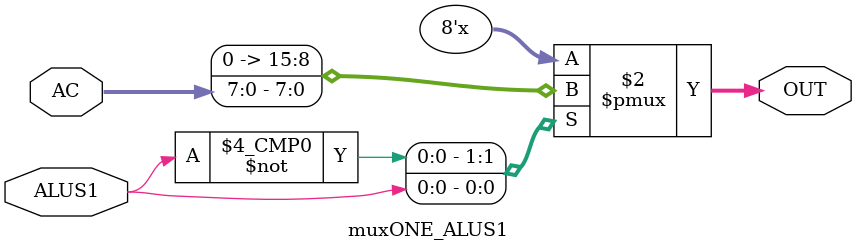
<source format=v>
module  muxONE_ALUS1(
AC, 
ALUS1,
OUT);

input [7:0] AC;
input ALUS1;

output reg [7:0] OUT;

always @(*)
begin
 case(ALUS1) 
    0 : OUT = 8'b0;
    1 : OUT = AC;
 endcase 
end

endmodule 

</source>
